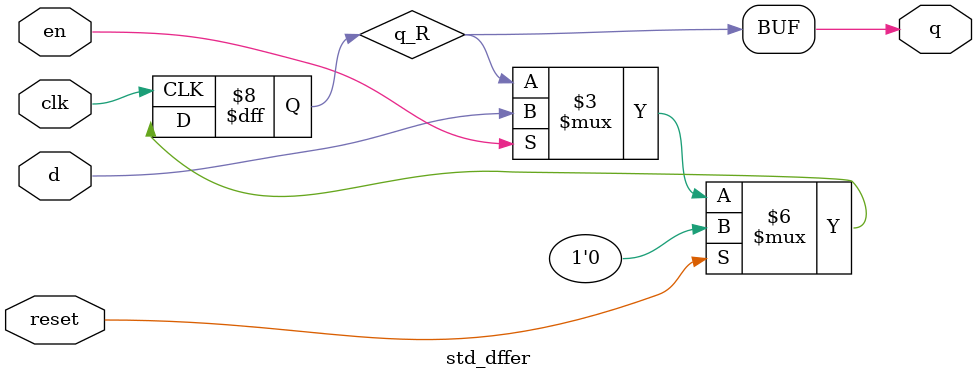
<source format=v>

module std_dffer #(
    parameter DFF_WIDTH         = 1
) (
    input   wire                        clk,
    input   wire                        reset,
    input   wire                        en,

    input   wire [DFF_WIDTH - 1:0]      d,
    output  wire [DFF_WIDTH - 1:0]      q
);
    
    reg  [DFF_WIDTH - 1:0]  q_R;

    always @(posedge clk) begin
        
        if (reset) begin
            q_R <= 'b0;
        end
        else if (en) begin
            q_R <= d;
        end
        else begin
            q_R <= q_R;
        end
    end

    assign q = q_R;

endmodule


</source>
